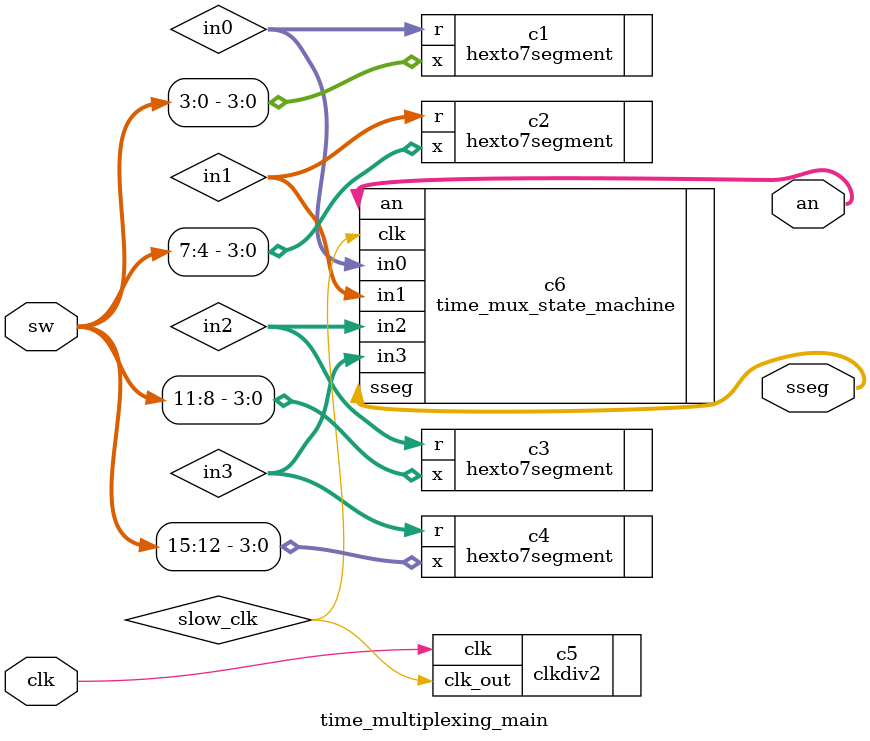
<source format=v>
`timescale 1ns / 1ps


 module time_multiplexing_main(
    input clk,
    input [15:0] sw,
    output [3:0] an,
    output [6:0] sseg);
   
   wire [6:0] in0, in1, in2, in3;
   wire slow_clk;
   
   //module instantiation of hexto7segment
   hexto7segment c1 (.x(sw[3:0]), .r(in0));
   hexto7segment c2 (.x(sw[7:4]), .r(in1));
   hexto7segment c3 (.x(sw[11:8]), .r(in2));
   hexto7segment c4 (.x(sw[15:12]), .r(in3));
   
   //module instantiation of the clock divider
   clkdiv2 c5 (.clk(clk), .clk_out(slow_clk));
   
   //model instantiation of the multiplexer
   time_mux_state_machine c6(
    .clk(slow_clk),
    .in0 (in0),
    .in1 (in1),
    .in2 (in2),
    .in3(in3),
    .an(an),
    .sseg(sseg));
    
endmodule
</source>
